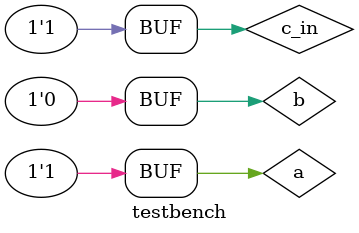
<source format=v>
module testbench();

    reg a;
    reg b;
    reg c_in;
    wire sum;
    wire c_out;

    full_adder_structural FULL_ADD(.a(a),.b(b),.carry_in(c_in),.sum(sum),.carry_out(c_out));

    initial begin
        $monitor("a=%b, b=%b, carry_in=%b, sum=%b, carry_out=%b", a,b,c_in,sum,c_out);
    end

    initial begin
        #1; a = 0; b = 0; c_in = 0;
        #1; a = 0; b = 0; c_in = 1;
        #1; a = 0; b = 1; c_in = 0;
        #1; a = 0; b = 1; c_in = 1;
        #1; a = 1; b = 0; c_in = 0;
        #1; a = 1; b = 0; c_in = 1;
        #1; a = 1; b = 1; c_in = 0;
        #1; a = 1; b = 0; c_in = 1;
    end

endmodule
</source>
